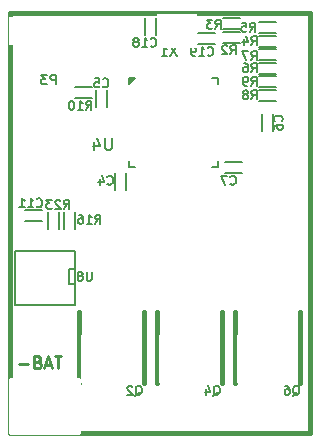
<source format=gbo>
G04 (created by PCBNEW-RS274X (2012-01-19 BZR 3256)-stable) date 9/11/2012 11:00:16 PM*
G01*
G70*
G90*
%MOIN*%
G04 Gerber Fmt 3.4, Leading zero omitted, Abs format*
%FSLAX34Y34*%
G04 APERTURE LIST*
%ADD10C,0.001000*%
%ADD11C,0.010000*%
%ADD12C,0.015000*%
%ADD13C,0.007900*%
%ADD14C,0.005000*%
%ADD15C,0.007500*%
%ADD16R,0.035700X0.073100*%
%ADD17R,0.102700X0.083000*%
%ADD18R,0.094800X0.094800*%
%ADD19R,0.022000X0.047000*%
%ADD20O,0.013800X0.057100*%
%ADD21O,0.057100X0.013800*%
%ADD22R,0.198900X0.163400*%
%ADD23R,0.021700X0.043300*%
%ADD24R,0.027000X0.022000*%
%ADD25R,0.022000X0.027000*%
%ADD26R,0.067200X0.059400*%
G04 APERTURE END LIST*
G54D10*
G54D11*
X44324Y-52648D02*
X44629Y-52648D01*
X44953Y-52590D02*
X45010Y-52609D01*
X45029Y-52628D01*
X45048Y-52667D01*
X45048Y-52724D01*
X45029Y-52762D01*
X45010Y-52781D01*
X44972Y-52800D01*
X44819Y-52800D01*
X44819Y-52400D01*
X44953Y-52400D01*
X44991Y-52419D01*
X45010Y-52438D01*
X45029Y-52476D01*
X45029Y-52514D01*
X45010Y-52552D01*
X44991Y-52571D01*
X44953Y-52590D01*
X44819Y-52590D01*
X45200Y-52686D02*
X45391Y-52686D01*
X45162Y-52800D02*
X45295Y-52400D01*
X45429Y-52800D01*
X45505Y-52400D02*
X45734Y-52400D01*
X45619Y-52800D02*
X45619Y-52400D01*
G54D12*
X44016Y-40961D02*
X44016Y-54961D01*
X54016Y-40961D02*
X44016Y-40961D01*
X54016Y-54961D02*
X54016Y-40961D01*
X44016Y-54961D02*
X54016Y-54961D01*
G54D13*
X44441Y-40990D02*
X47591Y-40990D01*
G54D14*
X46200Y-48900D02*
X44200Y-48900D01*
X44200Y-48900D02*
X44200Y-50700D01*
X44200Y-50700D02*
X46200Y-50700D01*
X46200Y-50700D02*
X46200Y-48900D01*
X46200Y-49500D02*
X46000Y-49500D01*
X46000Y-49500D02*
X46000Y-50000D01*
X46000Y-50000D02*
X46200Y-50000D01*
G54D13*
X48088Y-43135D02*
X47990Y-43233D01*
X48186Y-43135D02*
X47990Y-43331D01*
X50746Y-43135D02*
X50942Y-43135D01*
X50942Y-43135D02*
X50942Y-43331D01*
X50746Y-46087D02*
X50942Y-46087D01*
X50942Y-46087D02*
X50942Y-45891D01*
X47990Y-45891D02*
X47990Y-46087D01*
X47990Y-46087D02*
X48186Y-46087D01*
X47990Y-43331D02*
X47990Y-43135D01*
X47990Y-43135D02*
X48186Y-43135D01*
G54D12*
X48483Y-53287D02*
X48483Y-50925D01*
X46317Y-53287D02*
X46317Y-50925D01*
X51083Y-53287D02*
X51083Y-50925D01*
X48917Y-53287D02*
X48917Y-50925D01*
X53683Y-53287D02*
X53683Y-50925D01*
X51517Y-53287D02*
X51517Y-50925D01*
G54D15*
X45646Y-47581D02*
X45646Y-48141D01*
X45286Y-47581D02*
X45286Y-48141D01*
X45836Y-48141D02*
X45836Y-47581D01*
X46196Y-48141D02*
X46196Y-47581D01*
X45096Y-47891D02*
X44536Y-47891D01*
X45096Y-47531D02*
X44536Y-47531D01*
X52320Y-43070D02*
X52880Y-43070D01*
X52320Y-43430D02*
X52880Y-43430D01*
X52880Y-43880D02*
X52320Y-43880D01*
X52880Y-43520D02*
X52320Y-43520D01*
X52320Y-42170D02*
X52880Y-42170D01*
X52320Y-42530D02*
X52880Y-42530D01*
X52880Y-42980D02*
X52320Y-42980D01*
X52880Y-42620D02*
X52320Y-42620D01*
X52320Y-41270D02*
X52880Y-41270D01*
X52320Y-41630D02*
X52880Y-41630D01*
X52880Y-42080D02*
X52320Y-42080D01*
X52880Y-41720D02*
X52320Y-41720D01*
X51136Y-41131D02*
X51696Y-41131D01*
X51136Y-41491D02*
X51696Y-41491D01*
X51696Y-41941D02*
X51136Y-41941D01*
X51696Y-41581D02*
X51136Y-41581D01*
X51186Y-45931D02*
X51746Y-45931D01*
X51186Y-46291D02*
X51746Y-46291D01*
X52436Y-44891D02*
X52436Y-44331D01*
X52796Y-44891D02*
X52796Y-44331D01*
X47246Y-43531D02*
X47246Y-44091D01*
X46886Y-43531D02*
X46886Y-44091D01*
X47896Y-46281D02*
X47896Y-46841D01*
X47536Y-46281D02*
X47536Y-46841D01*
X46746Y-43791D02*
X46186Y-43791D01*
X46746Y-43431D02*
X46186Y-43431D01*
X48536Y-41691D02*
X48536Y-41131D01*
X48896Y-41691D02*
X48896Y-41131D01*
X50846Y-41991D02*
X50286Y-41991D01*
X50846Y-41631D02*
X50286Y-41631D01*
G54D13*
X49010Y-41535D02*
X49010Y-41575D01*
X49640Y-42008D02*
X49522Y-42008D01*
X50152Y-41535D02*
X50152Y-41575D01*
X49640Y-41102D02*
X49522Y-41102D01*
G54D10*
X44388Y-42255D02*
X44388Y-42875D01*
X45204Y-42875D01*
X45204Y-42255D01*
X44388Y-42255D01*
X46828Y-42255D02*
X46828Y-42875D01*
X47644Y-42875D01*
X47644Y-42255D01*
X46828Y-42255D01*
X45175Y-41192D02*
X45175Y-41930D01*
X45913Y-41930D01*
X45913Y-41192D01*
X45175Y-41192D01*
X46119Y-41192D02*
X46119Y-41930D01*
X46857Y-41930D01*
X46857Y-41192D01*
X46119Y-41192D01*
X47222Y-41192D02*
X47222Y-41930D01*
X47960Y-41930D01*
X47960Y-41192D01*
X47222Y-41192D01*
X44072Y-41192D02*
X44072Y-41930D01*
X44810Y-41930D01*
X44810Y-41192D01*
X44072Y-41192D01*
G54D13*
X45548Y-43338D02*
X45548Y-43023D01*
X45428Y-43023D01*
X45398Y-43038D01*
X45383Y-43053D01*
X45368Y-43083D01*
X45368Y-43128D01*
X45383Y-43158D01*
X45398Y-43173D01*
X45428Y-43188D01*
X45548Y-43188D01*
X45263Y-43023D02*
X45068Y-43023D01*
X45173Y-43143D01*
X45128Y-43143D01*
X45098Y-43158D01*
X45083Y-43173D01*
X45068Y-43203D01*
X45068Y-43278D01*
X45083Y-43308D01*
X45098Y-43323D01*
X45128Y-43338D01*
X45218Y-43338D01*
X45248Y-43323D01*
X45263Y-43308D01*
G54D15*
X46745Y-49582D02*
X46745Y-49825D01*
X46730Y-49854D01*
X46716Y-49868D01*
X46687Y-49882D01*
X46630Y-49882D01*
X46602Y-49868D01*
X46587Y-49854D01*
X46573Y-49825D01*
X46573Y-49582D01*
X46388Y-49711D02*
X46416Y-49697D01*
X46431Y-49682D01*
X46445Y-49654D01*
X46445Y-49640D01*
X46431Y-49611D01*
X46416Y-49597D01*
X46388Y-49582D01*
X46331Y-49582D01*
X46302Y-49597D01*
X46288Y-49611D01*
X46273Y-49640D01*
X46273Y-49654D01*
X46288Y-49682D01*
X46302Y-49697D01*
X46331Y-49711D01*
X46388Y-49711D01*
X46416Y-49725D01*
X46431Y-49740D01*
X46445Y-49768D01*
X46445Y-49825D01*
X46431Y-49854D01*
X46416Y-49868D01*
X46388Y-49882D01*
X46331Y-49882D01*
X46302Y-49868D01*
X46288Y-49854D01*
X46273Y-49825D01*
X46273Y-49768D01*
X46288Y-49740D01*
X46302Y-49725D01*
X46331Y-49711D01*
G54D13*
X47416Y-45126D02*
X47416Y-45445D01*
X47397Y-45483D01*
X47379Y-45502D01*
X47341Y-45520D01*
X47266Y-45520D01*
X47229Y-45502D01*
X47210Y-45483D01*
X47191Y-45445D01*
X47191Y-45126D01*
X46834Y-45258D02*
X46834Y-45520D01*
X46928Y-45108D02*
X47022Y-45389D01*
X46778Y-45389D01*
G54D15*
X48195Y-53711D02*
X48223Y-53697D01*
X48252Y-53668D01*
X48295Y-53625D01*
X48323Y-53611D01*
X48352Y-53611D01*
X48337Y-53682D02*
X48366Y-53668D01*
X48395Y-53640D01*
X48409Y-53582D01*
X48409Y-53482D01*
X48395Y-53425D01*
X48366Y-53397D01*
X48337Y-53382D01*
X48280Y-53382D01*
X48252Y-53397D01*
X48223Y-53425D01*
X48209Y-53482D01*
X48209Y-53582D01*
X48223Y-53640D01*
X48252Y-53668D01*
X48280Y-53682D01*
X48337Y-53682D01*
X48095Y-53411D02*
X48081Y-53397D01*
X48052Y-53382D01*
X47981Y-53382D01*
X47952Y-53397D01*
X47938Y-53411D01*
X47923Y-53440D01*
X47923Y-53468D01*
X47938Y-53511D01*
X48109Y-53682D01*
X47923Y-53682D01*
X50795Y-53711D02*
X50823Y-53697D01*
X50852Y-53668D01*
X50895Y-53625D01*
X50923Y-53611D01*
X50952Y-53611D01*
X50937Y-53682D02*
X50966Y-53668D01*
X50995Y-53640D01*
X51009Y-53582D01*
X51009Y-53482D01*
X50995Y-53425D01*
X50966Y-53397D01*
X50937Y-53382D01*
X50880Y-53382D01*
X50852Y-53397D01*
X50823Y-53425D01*
X50809Y-53482D01*
X50809Y-53582D01*
X50823Y-53640D01*
X50852Y-53668D01*
X50880Y-53682D01*
X50937Y-53682D01*
X50552Y-53482D02*
X50552Y-53682D01*
X50623Y-53368D02*
X50695Y-53582D01*
X50509Y-53582D01*
X53445Y-53711D02*
X53473Y-53697D01*
X53502Y-53668D01*
X53545Y-53625D01*
X53573Y-53611D01*
X53602Y-53611D01*
X53587Y-53682D02*
X53616Y-53668D01*
X53645Y-53640D01*
X53659Y-53582D01*
X53659Y-53482D01*
X53645Y-53425D01*
X53616Y-53397D01*
X53587Y-53382D01*
X53530Y-53382D01*
X53502Y-53397D01*
X53473Y-53425D01*
X53459Y-53482D01*
X53459Y-53582D01*
X53473Y-53640D01*
X53502Y-53668D01*
X53530Y-53682D01*
X53587Y-53682D01*
X53202Y-53382D02*
X53259Y-53382D01*
X53288Y-53397D01*
X53302Y-53411D01*
X53331Y-53454D01*
X53345Y-53511D01*
X53345Y-53625D01*
X53331Y-53654D01*
X53316Y-53668D01*
X53288Y-53682D01*
X53231Y-53682D01*
X53202Y-53668D01*
X53188Y-53654D01*
X53173Y-53625D01*
X53173Y-53554D01*
X53188Y-53525D01*
X53202Y-53511D01*
X53231Y-53497D01*
X53288Y-53497D01*
X53316Y-53511D01*
X53331Y-53525D01*
X53345Y-53554D01*
X45809Y-47482D02*
X45909Y-47340D01*
X45981Y-47482D02*
X45981Y-47182D01*
X45866Y-47182D01*
X45838Y-47197D01*
X45823Y-47211D01*
X45809Y-47240D01*
X45809Y-47282D01*
X45823Y-47311D01*
X45838Y-47325D01*
X45866Y-47340D01*
X45981Y-47340D01*
X45695Y-47211D02*
X45681Y-47197D01*
X45652Y-47182D01*
X45581Y-47182D01*
X45552Y-47197D01*
X45538Y-47211D01*
X45523Y-47240D01*
X45523Y-47268D01*
X45538Y-47311D01*
X45709Y-47482D01*
X45523Y-47482D01*
X45423Y-47182D02*
X45237Y-47182D01*
X45337Y-47297D01*
X45295Y-47297D01*
X45266Y-47311D01*
X45252Y-47325D01*
X45237Y-47354D01*
X45237Y-47425D01*
X45252Y-47454D01*
X45266Y-47468D01*
X45295Y-47482D01*
X45380Y-47482D01*
X45409Y-47468D01*
X45423Y-47454D01*
X46859Y-47982D02*
X46959Y-47840D01*
X47031Y-47982D02*
X47031Y-47682D01*
X46916Y-47682D01*
X46888Y-47697D01*
X46873Y-47711D01*
X46859Y-47740D01*
X46859Y-47782D01*
X46873Y-47811D01*
X46888Y-47825D01*
X46916Y-47840D01*
X47031Y-47840D01*
X46573Y-47982D02*
X46745Y-47982D01*
X46659Y-47982D02*
X46659Y-47682D01*
X46688Y-47725D01*
X46716Y-47754D01*
X46745Y-47768D01*
X46316Y-47682D02*
X46373Y-47682D01*
X46402Y-47697D01*
X46416Y-47711D01*
X46445Y-47754D01*
X46459Y-47811D01*
X46459Y-47925D01*
X46445Y-47954D01*
X46430Y-47968D01*
X46402Y-47982D01*
X46345Y-47982D01*
X46316Y-47968D01*
X46302Y-47954D01*
X46287Y-47925D01*
X46287Y-47854D01*
X46302Y-47825D01*
X46316Y-47811D01*
X46345Y-47797D01*
X46402Y-47797D01*
X46430Y-47811D01*
X46445Y-47825D01*
X46459Y-47854D01*
X44909Y-47404D02*
X44923Y-47418D01*
X44966Y-47432D01*
X44995Y-47432D01*
X45038Y-47418D01*
X45066Y-47390D01*
X45081Y-47361D01*
X45095Y-47304D01*
X45095Y-47261D01*
X45081Y-47204D01*
X45066Y-47175D01*
X45038Y-47147D01*
X44995Y-47132D01*
X44966Y-47132D01*
X44923Y-47147D01*
X44909Y-47161D01*
X44623Y-47432D02*
X44795Y-47432D01*
X44709Y-47432D02*
X44709Y-47132D01*
X44738Y-47175D01*
X44766Y-47204D01*
X44795Y-47218D01*
X44337Y-47432D02*
X44509Y-47432D01*
X44423Y-47432D02*
X44423Y-47132D01*
X44452Y-47175D01*
X44480Y-47204D01*
X44509Y-47218D01*
X52066Y-43382D02*
X52166Y-43240D01*
X52238Y-43382D02*
X52238Y-43082D01*
X52123Y-43082D01*
X52095Y-43097D01*
X52080Y-43111D01*
X52066Y-43140D01*
X52066Y-43182D01*
X52080Y-43211D01*
X52095Y-43225D01*
X52123Y-43240D01*
X52238Y-43240D01*
X51923Y-43382D02*
X51866Y-43382D01*
X51838Y-43368D01*
X51823Y-43354D01*
X51795Y-43311D01*
X51780Y-43254D01*
X51780Y-43140D01*
X51795Y-43111D01*
X51809Y-43097D01*
X51838Y-43082D01*
X51895Y-43082D01*
X51923Y-43097D01*
X51938Y-43111D01*
X51952Y-43140D01*
X51952Y-43211D01*
X51938Y-43240D01*
X51923Y-43254D01*
X51895Y-43268D01*
X51838Y-43268D01*
X51809Y-43254D01*
X51795Y-43240D01*
X51780Y-43211D01*
X52066Y-43832D02*
X52166Y-43690D01*
X52238Y-43832D02*
X52238Y-43532D01*
X52123Y-43532D01*
X52095Y-43547D01*
X52080Y-43561D01*
X52066Y-43590D01*
X52066Y-43632D01*
X52080Y-43661D01*
X52095Y-43675D01*
X52123Y-43690D01*
X52238Y-43690D01*
X51895Y-43661D02*
X51923Y-43647D01*
X51938Y-43632D01*
X51952Y-43604D01*
X51952Y-43590D01*
X51938Y-43561D01*
X51923Y-43547D01*
X51895Y-43532D01*
X51838Y-43532D01*
X51809Y-43547D01*
X51795Y-43561D01*
X51780Y-43590D01*
X51780Y-43604D01*
X51795Y-43632D01*
X51809Y-43647D01*
X51838Y-43661D01*
X51895Y-43661D01*
X51923Y-43675D01*
X51938Y-43690D01*
X51952Y-43718D01*
X51952Y-43775D01*
X51938Y-43804D01*
X51923Y-43818D01*
X51895Y-43832D01*
X51838Y-43832D01*
X51809Y-43818D01*
X51795Y-43804D01*
X51780Y-43775D01*
X51780Y-43718D01*
X51795Y-43690D01*
X51809Y-43675D01*
X51838Y-43661D01*
X52066Y-42532D02*
X52166Y-42390D01*
X52238Y-42532D02*
X52238Y-42232D01*
X52123Y-42232D01*
X52095Y-42247D01*
X52080Y-42261D01*
X52066Y-42290D01*
X52066Y-42332D01*
X52080Y-42361D01*
X52095Y-42375D01*
X52123Y-42390D01*
X52238Y-42390D01*
X51966Y-42232D02*
X51766Y-42232D01*
X51895Y-42532D01*
X52066Y-42932D02*
X52166Y-42790D01*
X52238Y-42932D02*
X52238Y-42632D01*
X52123Y-42632D01*
X52095Y-42647D01*
X52080Y-42661D01*
X52066Y-42690D01*
X52066Y-42732D01*
X52080Y-42761D01*
X52095Y-42775D01*
X52123Y-42790D01*
X52238Y-42790D01*
X51809Y-42632D02*
X51866Y-42632D01*
X51895Y-42647D01*
X51909Y-42661D01*
X51938Y-42704D01*
X51952Y-42761D01*
X51952Y-42875D01*
X51938Y-42904D01*
X51923Y-42918D01*
X51895Y-42932D01*
X51838Y-42932D01*
X51809Y-42918D01*
X51795Y-42904D01*
X51780Y-42875D01*
X51780Y-42804D01*
X51795Y-42775D01*
X51809Y-42761D01*
X51838Y-42747D01*
X51895Y-42747D01*
X51923Y-42761D01*
X51938Y-42775D01*
X51952Y-42804D01*
X52016Y-41582D02*
X52116Y-41440D01*
X52188Y-41582D02*
X52188Y-41282D01*
X52073Y-41282D01*
X52045Y-41297D01*
X52030Y-41311D01*
X52016Y-41340D01*
X52016Y-41382D01*
X52030Y-41411D01*
X52045Y-41425D01*
X52073Y-41440D01*
X52188Y-41440D01*
X51745Y-41282D02*
X51888Y-41282D01*
X51902Y-41425D01*
X51888Y-41411D01*
X51859Y-41397D01*
X51788Y-41397D01*
X51759Y-41411D01*
X51745Y-41425D01*
X51730Y-41454D01*
X51730Y-41525D01*
X51745Y-41554D01*
X51759Y-41568D01*
X51788Y-41582D01*
X51859Y-41582D01*
X51888Y-41568D01*
X51902Y-41554D01*
X52066Y-42032D02*
X52166Y-41890D01*
X52238Y-42032D02*
X52238Y-41732D01*
X52123Y-41732D01*
X52095Y-41747D01*
X52080Y-41761D01*
X52066Y-41790D01*
X52066Y-41832D01*
X52080Y-41861D01*
X52095Y-41875D01*
X52123Y-41890D01*
X52238Y-41890D01*
X51809Y-41832D02*
X51809Y-42032D01*
X51880Y-41718D02*
X51952Y-41932D01*
X51766Y-41932D01*
X50866Y-41482D02*
X50966Y-41340D01*
X51038Y-41482D02*
X51038Y-41182D01*
X50923Y-41182D01*
X50895Y-41197D01*
X50880Y-41211D01*
X50866Y-41240D01*
X50866Y-41282D01*
X50880Y-41311D01*
X50895Y-41325D01*
X50923Y-41340D01*
X51038Y-41340D01*
X50766Y-41182D02*
X50580Y-41182D01*
X50680Y-41297D01*
X50638Y-41297D01*
X50609Y-41311D01*
X50595Y-41325D01*
X50580Y-41354D01*
X50580Y-41425D01*
X50595Y-41454D01*
X50609Y-41468D01*
X50638Y-41482D01*
X50723Y-41482D01*
X50752Y-41468D01*
X50766Y-41454D01*
X51366Y-42332D02*
X51466Y-42190D01*
X51538Y-42332D02*
X51538Y-42032D01*
X51423Y-42032D01*
X51395Y-42047D01*
X51380Y-42061D01*
X51366Y-42090D01*
X51366Y-42132D01*
X51380Y-42161D01*
X51395Y-42175D01*
X51423Y-42190D01*
X51538Y-42190D01*
X51252Y-42061D02*
X51238Y-42047D01*
X51209Y-42032D01*
X51138Y-42032D01*
X51109Y-42047D01*
X51095Y-42061D01*
X51080Y-42090D01*
X51080Y-42118D01*
X51095Y-42161D01*
X51266Y-42332D01*
X51080Y-42332D01*
X51366Y-46654D02*
X51380Y-46668D01*
X51423Y-46682D01*
X51452Y-46682D01*
X51495Y-46668D01*
X51523Y-46640D01*
X51538Y-46611D01*
X51552Y-46554D01*
X51552Y-46511D01*
X51538Y-46454D01*
X51523Y-46425D01*
X51495Y-46397D01*
X51452Y-46382D01*
X51423Y-46382D01*
X51380Y-46397D01*
X51366Y-46411D01*
X51266Y-46382D02*
X51066Y-46382D01*
X51195Y-46682D01*
X53089Y-44561D02*
X53103Y-44547D01*
X53117Y-44504D01*
X53117Y-44475D01*
X53103Y-44432D01*
X53075Y-44404D01*
X53046Y-44389D01*
X52989Y-44375D01*
X52946Y-44375D01*
X52889Y-44389D01*
X52860Y-44404D01*
X52832Y-44432D01*
X52817Y-44475D01*
X52817Y-44504D01*
X52832Y-44547D01*
X52846Y-44561D01*
X52817Y-44818D02*
X52817Y-44761D01*
X52832Y-44732D01*
X52846Y-44718D01*
X52889Y-44689D01*
X52946Y-44675D01*
X53060Y-44675D01*
X53089Y-44689D01*
X53103Y-44704D01*
X53117Y-44732D01*
X53117Y-44789D01*
X53103Y-44818D01*
X53089Y-44832D01*
X53060Y-44847D01*
X52989Y-44847D01*
X52960Y-44832D01*
X52946Y-44818D01*
X52932Y-44789D01*
X52932Y-44732D01*
X52946Y-44704D01*
X52960Y-44689D01*
X52989Y-44675D01*
X47116Y-43404D02*
X47130Y-43418D01*
X47173Y-43432D01*
X47202Y-43432D01*
X47245Y-43418D01*
X47273Y-43390D01*
X47288Y-43361D01*
X47302Y-43304D01*
X47302Y-43261D01*
X47288Y-43204D01*
X47273Y-43175D01*
X47245Y-43147D01*
X47202Y-43132D01*
X47173Y-43132D01*
X47130Y-43147D01*
X47116Y-43161D01*
X46845Y-43132D02*
X46988Y-43132D01*
X47002Y-43275D01*
X46988Y-43261D01*
X46959Y-43247D01*
X46888Y-43247D01*
X46859Y-43261D01*
X46845Y-43275D01*
X46830Y-43304D01*
X46830Y-43375D01*
X46845Y-43404D01*
X46859Y-43418D01*
X46888Y-43432D01*
X46959Y-43432D01*
X46988Y-43418D01*
X47002Y-43404D01*
X47266Y-46654D02*
X47280Y-46668D01*
X47323Y-46682D01*
X47352Y-46682D01*
X47395Y-46668D01*
X47423Y-46640D01*
X47438Y-46611D01*
X47452Y-46554D01*
X47452Y-46511D01*
X47438Y-46454D01*
X47423Y-46425D01*
X47395Y-46397D01*
X47352Y-46382D01*
X47323Y-46382D01*
X47280Y-46397D01*
X47266Y-46411D01*
X47009Y-46482D02*
X47009Y-46682D01*
X47080Y-46368D02*
X47152Y-46582D01*
X46966Y-46582D01*
X46559Y-44182D02*
X46659Y-44040D01*
X46731Y-44182D02*
X46731Y-43882D01*
X46616Y-43882D01*
X46588Y-43897D01*
X46573Y-43911D01*
X46559Y-43940D01*
X46559Y-43982D01*
X46573Y-44011D01*
X46588Y-44025D01*
X46616Y-44040D01*
X46731Y-44040D01*
X46273Y-44182D02*
X46445Y-44182D01*
X46359Y-44182D02*
X46359Y-43882D01*
X46388Y-43925D01*
X46416Y-43954D01*
X46445Y-43968D01*
X46087Y-43882D02*
X46059Y-43882D01*
X46030Y-43897D01*
X46016Y-43911D01*
X46002Y-43940D01*
X45987Y-43997D01*
X45987Y-44068D01*
X46002Y-44125D01*
X46016Y-44154D01*
X46030Y-44168D01*
X46059Y-44182D01*
X46087Y-44182D01*
X46116Y-44168D01*
X46130Y-44154D01*
X46145Y-44125D01*
X46159Y-44068D01*
X46159Y-43997D01*
X46145Y-43940D01*
X46130Y-43911D01*
X46116Y-43897D01*
X46087Y-43882D01*
X48709Y-42054D02*
X48723Y-42068D01*
X48766Y-42082D01*
X48795Y-42082D01*
X48838Y-42068D01*
X48866Y-42040D01*
X48881Y-42011D01*
X48895Y-41954D01*
X48895Y-41911D01*
X48881Y-41854D01*
X48866Y-41825D01*
X48838Y-41797D01*
X48795Y-41782D01*
X48766Y-41782D01*
X48723Y-41797D01*
X48709Y-41811D01*
X48423Y-42082D02*
X48595Y-42082D01*
X48509Y-42082D02*
X48509Y-41782D01*
X48538Y-41825D01*
X48566Y-41854D01*
X48595Y-41868D01*
X48252Y-41911D02*
X48280Y-41897D01*
X48295Y-41882D01*
X48309Y-41854D01*
X48309Y-41840D01*
X48295Y-41811D01*
X48280Y-41797D01*
X48252Y-41782D01*
X48195Y-41782D01*
X48166Y-41797D01*
X48152Y-41811D01*
X48137Y-41840D01*
X48137Y-41854D01*
X48152Y-41882D01*
X48166Y-41897D01*
X48195Y-41911D01*
X48252Y-41911D01*
X48280Y-41925D01*
X48295Y-41940D01*
X48309Y-41968D01*
X48309Y-42025D01*
X48295Y-42054D01*
X48280Y-42068D01*
X48252Y-42082D01*
X48195Y-42082D01*
X48166Y-42068D01*
X48152Y-42054D01*
X48137Y-42025D01*
X48137Y-41968D01*
X48152Y-41940D01*
X48166Y-41925D01*
X48195Y-41911D01*
X50610Y-42353D02*
X50624Y-42367D01*
X50667Y-42381D01*
X50696Y-42381D01*
X50739Y-42367D01*
X50767Y-42339D01*
X50782Y-42310D01*
X50796Y-42253D01*
X50796Y-42210D01*
X50782Y-42153D01*
X50767Y-42124D01*
X50739Y-42096D01*
X50696Y-42081D01*
X50667Y-42081D01*
X50624Y-42096D01*
X50610Y-42110D01*
X50324Y-42381D02*
X50496Y-42381D01*
X50410Y-42381D02*
X50410Y-42081D01*
X50439Y-42124D01*
X50467Y-42153D01*
X50496Y-42167D01*
X50181Y-42381D02*
X50124Y-42381D01*
X50096Y-42367D01*
X50081Y-42353D01*
X50053Y-42310D01*
X50038Y-42253D01*
X50038Y-42139D01*
X50053Y-42110D01*
X50067Y-42096D01*
X50096Y-42081D01*
X50153Y-42081D01*
X50181Y-42096D01*
X50196Y-42110D01*
X50210Y-42139D01*
X50210Y-42210D01*
X50196Y-42239D01*
X50181Y-42253D01*
X50153Y-42267D01*
X50096Y-42267D01*
X50067Y-42253D01*
X50053Y-42239D01*
X50038Y-42210D01*
G54D13*
X49571Y-42073D02*
X49361Y-42388D01*
X49361Y-42073D02*
X49571Y-42388D01*
X49076Y-42388D02*
X49256Y-42388D01*
X49166Y-42388D02*
X49166Y-42073D01*
X49196Y-42118D01*
X49226Y-42148D01*
X49256Y-42163D01*
%LPC*%
G54D16*
X45504Y-42624D03*
X45760Y-42624D03*
X46016Y-42624D03*
X46272Y-42624D03*
X46528Y-42624D03*
G54D17*
X44796Y-42565D03*
X47236Y-42565D03*
G54D18*
X45544Y-41561D03*
X46488Y-41561D03*
X47591Y-41561D03*
X44441Y-41561D03*
G54D19*
X45950Y-48550D03*
X45450Y-48550D03*
X44950Y-48550D03*
X44450Y-48550D03*
X44450Y-51050D03*
X44950Y-51050D03*
X45450Y-51050D03*
X45950Y-51050D03*
G54D20*
X48383Y-42938D03*
X48580Y-42938D03*
X48777Y-42938D03*
X48974Y-42938D03*
X49171Y-42938D03*
X49368Y-42938D03*
X49564Y-42938D03*
X49761Y-42938D03*
X49958Y-42938D03*
X50155Y-42938D03*
X50352Y-42938D03*
X50549Y-42938D03*
G54D21*
X51139Y-43528D03*
X51139Y-43725D03*
X51139Y-43922D03*
X51139Y-44119D03*
X51139Y-44316D03*
X51139Y-44513D03*
X51139Y-44709D03*
X51139Y-44906D03*
X51139Y-45103D03*
X51139Y-45300D03*
X51139Y-45497D03*
X51139Y-45694D03*
G54D20*
X50549Y-46284D03*
X50352Y-46284D03*
X50155Y-46284D03*
X49958Y-46284D03*
X49761Y-46284D03*
X49564Y-46284D03*
X49368Y-46284D03*
X49171Y-46284D03*
X48974Y-46284D03*
X48777Y-46284D03*
X48580Y-46284D03*
X48383Y-46284D03*
G54D21*
X47793Y-45694D03*
X47793Y-45497D03*
X47793Y-45300D03*
X47793Y-45103D03*
X47793Y-44906D03*
X47793Y-44709D03*
X47793Y-44513D03*
X47793Y-44316D03*
X47793Y-44119D03*
X47793Y-43922D03*
X47793Y-43725D03*
X47793Y-43528D03*
G54D22*
X47400Y-52500D03*
G54D23*
X46652Y-51102D03*
X47144Y-51102D03*
X47656Y-51102D03*
X48148Y-51102D03*
G54D22*
X50000Y-52500D03*
G54D23*
X49252Y-51102D03*
X49744Y-51102D03*
X50256Y-51102D03*
X50748Y-51102D03*
G54D22*
X52600Y-52500D03*
G54D23*
X51852Y-51102D03*
X52344Y-51102D03*
X52856Y-51102D03*
X53348Y-51102D03*
G54D24*
X45466Y-47661D03*
X45466Y-48061D03*
X46016Y-48061D03*
X46016Y-47661D03*
G54D25*
X45016Y-47711D03*
X44616Y-47711D03*
X52400Y-43250D03*
X52800Y-43250D03*
X52800Y-43700D03*
X52400Y-43700D03*
X52400Y-42350D03*
X52800Y-42350D03*
X52800Y-42800D03*
X52400Y-42800D03*
X52400Y-41450D03*
X52800Y-41450D03*
X52800Y-41900D03*
X52400Y-41900D03*
X51216Y-41311D03*
X51616Y-41311D03*
X51616Y-41761D03*
X51216Y-41761D03*
X51266Y-46111D03*
X51666Y-46111D03*
G54D24*
X52616Y-44811D03*
X52616Y-44411D03*
X47066Y-43611D03*
X47066Y-44011D03*
X47716Y-46361D03*
X47716Y-46761D03*
G54D25*
X46666Y-43611D03*
X46266Y-43611D03*
G54D24*
X48716Y-41611D03*
X48716Y-41211D03*
G54D25*
X50766Y-41811D03*
X50366Y-41811D03*
G54D26*
X49916Y-41811D03*
X49916Y-41299D03*
X49247Y-41299D03*
X49247Y-41811D03*
G54D10*
G36*
X46316Y-54961D02*
X46316Y-53161D01*
X44016Y-53161D01*
X44016Y-54961D01*
X46316Y-54961D01*
X46316Y-54961D01*
G37*
G54D11*
X46316Y-54961D02*
X46316Y-53161D01*
X44016Y-53161D01*
X44016Y-54961D01*
X46316Y-54961D01*
M02*

</source>
